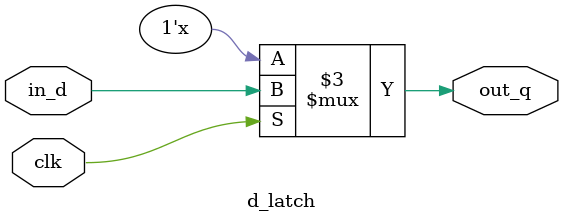
<source format=v>
`timescale 1ns / 1ps


module d_latch(
    output reg out_q,
    input clk, in_d
    );
    always @ (*)
        if (clk) out_q = in_d;
endmodule

</source>
